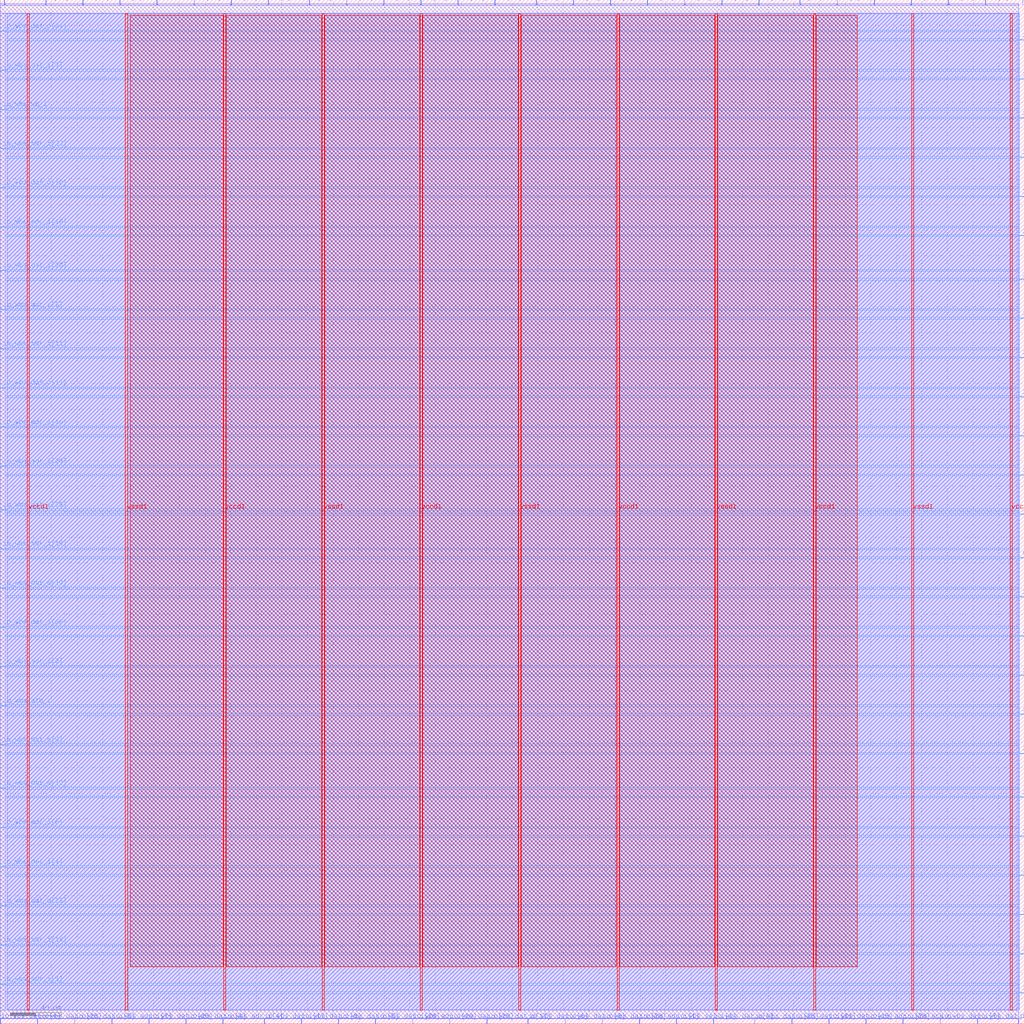
<source format=lef>
VERSION 5.7 ;
  NOWIREEXTENSIONATPIN ON ;
  DIVIDERCHAR "/" ;
  BUSBITCHARS "[]" ;
MACRO aes
  CLASS BLOCK ;
  FOREIGN aes ;
  ORIGIN 0.000 0.000 ;
  SIZE 800.000 BY 800.000 ;
  PIN clock
    DIRECTION INPUT ;
    USE SIGNAL ;
    PORT
      LAYER met2 ;
        RECT 93.470 796.000 93.750 800.000 ;
    END
  END clock
  PIN io_wbs_ack_o
    DIRECTION OUTPUT TRISTATE ;
    USE SIGNAL ;
    PORT
      LAYER met2 ;
        RECT 705.270 0.000 705.550 4.000 ;
    END
  END io_wbs_ack_o
  PIN io_wbs_adr_i[0]
    DIRECTION INPUT ;
    USE SIGNAL ;
    PORT
      LAYER met3 ;
        RECT 796.000 646.040 800.000 646.640 ;
    END
  END io_wbs_adr_i[0]
  PIN io_wbs_adr_i[10]
    DIRECTION INPUT ;
    USE SIGNAL ;
    PORT
      LAYER met3 ;
        RECT 0.000 465.840 4.000 466.440 ;
    END
  END io_wbs_adr_i[10]
  PIN io_wbs_adr_i[11]
    DIRECTION INPUT ;
    USE SIGNAL ;
    PORT
      LAYER met3 ;
        RECT 0.000 527.040 4.000 527.640 ;
    END
  END io_wbs_adr_i[11]
  PIN io_wbs_adr_i[12]
    DIRECTION INPUT ;
    USE SIGNAL ;
    PORT
      LAYER met2 ;
        RECT 505.630 796.000 505.910 800.000 ;
    END
  END io_wbs_adr_i[12]
  PIN io_wbs_adr_i[13]
    DIRECTION INPUT ;
    USE SIGNAL ;
    PORT
      LAYER met2 ;
        RECT 592.570 796.000 592.850 800.000 ;
    END
  END io_wbs_adr_i[13]
  PIN io_wbs_adr_i[14]
    DIRECTION INPUT ;
    USE SIGNAL ;
    PORT
      LAYER met3 ;
        RECT 0.000 61.240 4.000 61.840 ;
    END
  END io_wbs_adr_i[14]
  PIN io_wbs_adr_i[15]
    DIRECTION INPUT ;
    USE SIGNAL ;
    PORT
      LAYER met3 ;
        RECT 0.000 370.640 4.000 371.240 ;
    END
  END io_wbs_adr_i[15]
  PIN io_wbs_adr_i[16]
    DIRECTION INPUT ;
    USE SIGNAL ;
    PORT
      LAYER met3 ;
        RECT 796.000 550.840 800.000 551.440 ;
    END
  END io_wbs_adr_i[16]
  PIN io_wbs_adr_i[17]
    DIRECTION INPUT ;
    USE SIGNAL ;
    PORT
      LAYER met3 ;
        RECT 796.000 428.440 800.000 429.040 ;
    END
  END io_wbs_adr_i[17]
  PIN io_wbs_adr_i[18]
    DIRECTION INPUT ;
    USE SIGNAL ;
    PORT
      LAYER met3 ;
        RECT 796.000 23.840 800.000 24.440 ;
    END
  END io_wbs_adr_i[18]
  PIN io_wbs_adr_i[19]
    DIRECTION INPUT ;
    USE SIGNAL ;
    PORT
      LAYER met3 ;
        RECT 0.000 622.240 4.000 622.840 ;
    END
  END io_wbs_adr_i[19]
  PIN io_wbs_adr_i[1]
    DIRECTION INPUT ;
    USE SIGNAL ;
    PORT
      LAYER met2 ;
        RECT 499.190 0.000 499.470 4.000 ;
    END
  END io_wbs_adr_i[1]
  PIN io_wbs_adr_i[20]
    DIRECTION INPUT ;
    USE SIGNAL ;
    PORT
      LAYER met2 ;
        RECT 676.290 0.000 676.570 4.000 ;
    END
  END io_wbs_adr_i[20]
  PIN io_wbs_adr_i[21]
    DIRECTION INPUT ;
    USE SIGNAL ;
    PORT
      LAYER met3 ;
        RECT 796.000 176.840 800.000 177.440 ;
    END
  END io_wbs_adr_i[21]
  PIN io_wbs_adr_i[22]
    DIRECTION INPUT ;
    USE SIGNAL ;
    PORT
      LAYER met2 ;
        RECT 418.690 796.000 418.970 800.000 ;
    END
  END io_wbs_adr_i[22]
  PIN io_wbs_adr_i[23]
    DIRECTION INPUT ;
    USE SIGNAL ;
    PORT
      LAYER met3 ;
        RECT 0.000 683.440 4.000 684.040 ;
    END
  END io_wbs_adr_i[23]
  PIN io_wbs_adr_i[24]
    DIRECTION INPUT ;
    USE SIGNAL ;
    PORT
      LAYER met2 ;
        RECT 241.590 796.000 241.870 800.000 ;
    END
  END io_wbs_adr_i[24]
  PIN io_wbs_adr_i[25]
    DIRECTION INPUT ;
    USE SIGNAL ;
    PORT
      LAYER met3 ;
        RECT 796.000 737.840 800.000 738.440 ;
    END
  END io_wbs_adr_i[25]
  PIN io_wbs_adr_i[26]
    DIRECTION INPUT ;
    USE SIGNAL ;
    PORT
      LAYER met2 ;
        RECT 476.650 796.000 476.930 800.000 ;
    END
  END io_wbs_adr_i[26]
  PIN io_wbs_adr_i[27]
    DIRECTION INPUT ;
    USE SIGNAL ;
    PORT
      LAYER met3 ;
        RECT 796.000 146.240 800.000 146.840 ;
    END
  END io_wbs_adr_i[27]
  PIN io_wbs_adr_i[28]
    DIRECTION INPUT ;
    USE SIGNAL ;
    PORT
      LAYER met3 ;
        RECT 0.000 435.240 4.000 435.840 ;
    END
  END io_wbs_adr_i[28]
  PIN io_wbs_adr_i[29]
    DIRECTION INPUT ;
    USE SIGNAL ;
    PORT
      LAYER met2 ;
        RECT 322.090 0.000 322.370 4.000 ;
    END
  END io_wbs_adr_i[29]
  PIN io_wbs_adr_i[2]
    DIRECTION INPUT ;
    USE SIGNAL ;
    PORT
      LAYER met3 ;
        RECT 0.000 278.840 4.000 279.440 ;
    END
  END io_wbs_adr_i[2]
  PIN io_wbs_adr_i[30]
    DIRECTION INPUT ;
    USE SIGNAL ;
    PORT
      LAYER met3 ;
        RECT 796.000 115.640 800.000 116.240 ;
    END
  END io_wbs_adr_i[30]
  PIN io_wbs_adr_i[31]
    DIRECTION INPUT ;
    USE SIGNAL ;
    PORT
      LAYER met2 ;
        RECT 563.590 796.000 563.870 800.000 ;
    END
  END io_wbs_adr_i[31]
  PIN io_wbs_adr_i[3]
    DIRECTION INPUT ;
    USE SIGNAL ;
    PORT
      LAYER met3 ;
        RECT 0.000 557.640 4.000 558.240 ;
    END
  END io_wbs_adr_i[3]
  PIN io_wbs_adr_i[4]
    DIRECTION INPUT ;
    USE SIGNAL ;
    PORT
      LAYER met2 ;
        RECT 173.970 0.000 174.250 4.000 ;
    END
  END io_wbs_adr_i[4]
  PIN io_wbs_adr_i[5]
    DIRECTION INPUT ;
    USE SIGNAL ;
    PORT
      LAYER met3 ;
        RECT 0.000 30.640 4.000 31.240 ;
    END
  END io_wbs_adr_i[5]
  PIN io_wbs_adr_i[6]
    DIRECTION INPUT ;
    USE SIGNAL ;
    PORT
      LAYER met2 ;
        RECT 740.690 796.000 740.970 800.000 ;
    END
  END io_wbs_adr_i[6]
  PIN io_wbs_adr_i[7]
    DIRECTION INPUT ;
    USE SIGNAL ;
    PORT
      LAYER met2 ;
        RECT 87.030 0.000 87.310 4.000 ;
    END
  END io_wbs_adr_i[7]
  PIN io_wbs_adr_i[8]
    DIRECTION INPUT ;
    USE SIGNAL ;
    PORT
      LAYER met3 ;
        RECT 0.000 153.040 4.000 153.640 ;
    END
  END io_wbs_adr_i[8]
  PIN io_wbs_adr_i[9]
    DIRECTION INPUT ;
    USE SIGNAL ;
    PORT
      LAYER met2 ;
        RECT 798.650 796.000 798.930 800.000 ;
    END
  END io_wbs_adr_i[9]
  PIN io_wbs_cyc_i
    DIRECTION INPUT ;
    USE SIGNAL ;
    PORT
      LAYER met2 ;
        RECT 653.750 796.000 654.030 800.000 ;
    END
  END io_wbs_cyc_i
  PIN io_wbs_dat_i[0]
    DIRECTION INPUT ;
    USE SIGNAL ;
    PORT
      LAYER met3 ;
        RECT 796.000 676.640 800.000 677.240 ;
    END
  END io_wbs_dat_i[0]
  PIN io_wbs_dat_i[10]
    DIRECTION INPUT ;
    USE SIGNAL ;
    PORT
      LAYER met3 ;
        RECT 796.000 768.440 800.000 769.040 ;
    END
  END io_wbs_dat_i[10]
  PIN io_wbs_dat_i[11]
    DIRECTION INPUT ;
    USE SIGNAL ;
    PORT
      LAYER met3 ;
        RECT 796.000 333.240 800.000 333.840 ;
    END
  END io_wbs_dat_i[11]
  PIN io_wbs_dat_i[12]
    DIRECTION INPUT ;
    USE SIGNAL ;
    PORT
      LAYER met3 ;
        RECT 796.000 272.040 800.000 272.640 ;
    END
  END io_wbs_dat_i[12]
  PIN io_wbs_dat_i[13]
    DIRECTION INPUT ;
    USE SIGNAL ;
    PORT
      LAYER met2 ;
        RECT 270.570 796.000 270.850 800.000 ;
    END
  END io_wbs_dat_i[13]
  PIN io_wbs_dat_i[14]
    DIRECTION INPUT ;
    USE SIGNAL ;
    PORT
      LAYER met2 ;
        RECT 299.550 796.000 299.830 800.000 ;
    END
  END io_wbs_dat_i[14]
  PIN io_wbs_dat_i[15]
    DIRECTION INPUT ;
    USE SIGNAL ;
    PORT
      LAYER met3 ;
        RECT 796.000 615.440 800.000 616.040 ;
    END
  END io_wbs_dat_i[15]
  PIN io_wbs_dat_i[16]
    DIRECTION INPUT ;
    USE SIGNAL ;
    PORT
      LAYER met2 ;
        RECT 386.490 796.000 386.770 800.000 ;
    END
  END io_wbs_dat_i[16]
  PIN io_wbs_dat_i[17]
    DIRECTION INPUT ;
    USE SIGNAL ;
    PORT
      LAYER met2 ;
        RECT 206.170 0.000 206.450 4.000 ;
    END
  END io_wbs_dat_i[17]
  PIN io_wbs_dat_i[18]
    DIRECTION INPUT ;
    USE SIGNAL ;
    PORT
      LAYER met2 ;
        RECT 328.530 796.000 328.810 800.000 ;
    END
  END io_wbs_dat_i[18]
  PIN io_wbs_dat_i[19]
    DIRECTION INPUT ;
    USE SIGNAL ;
    PORT
      LAYER met2 ;
        RECT 795.430 0.000 795.710 4.000 ;
    END
  END io_wbs_dat_i[19]
  PIN io_wbs_dat_i[1]
    DIRECTION INPUT ;
    USE SIGNAL ;
    PORT
      LAYER met2 ;
        RECT 447.670 796.000 447.950 800.000 ;
    END
  END io_wbs_dat_i[1]
  PIN io_wbs_dat_i[20]
    DIRECTION INPUT ;
    USE SIGNAL ;
    PORT
      LAYER met3 ;
        RECT 0.000 588.240 4.000 588.840 ;
    END
  END io_wbs_dat_i[20]
  PIN io_wbs_dat_i[21]
    DIRECTION INPUT ;
    USE SIGNAL ;
    PORT
      LAYER met2 ;
        RECT 209.390 796.000 209.670 800.000 ;
    END
  END io_wbs_dat_i[21]
  PIN io_wbs_dat_i[22]
    DIRECTION INPUT ;
    USE SIGNAL ;
    PORT
      LAYER met3 ;
        RECT 796.000 54.440 800.000 55.040 ;
    END
  END io_wbs_dat_i[22]
  PIN io_wbs_dat_i[23]
    DIRECTION INPUT ;
    USE SIGNAL ;
    PORT
      LAYER met3 ;
        RECT 796.000 707.240 800.000 707.840 ;
    END
  END io_wbs_dat_i[23]
  PIN io_wbs_dat_i[24]
    DIRECTION INPUT ;
    USE SIGNAL ;
    PORT
      LAYER met2 ;
        RECT 682.730 796.000 683.010 800.000 ;
    END
  END io_wbs_dat_i[24]
  PIN io_wbs_dat_i[25]
    DIRECTION INPUT ;
    USE SIGNAL ;
    PORT
      LAYER met2 ;
        RECT 589.350 0.000 589.630 4.000 ;
    END
  END io_wbs_dat_i[25]
  PIN io_wbs_dat_i[26]
    DIRECTION INPUT ;
    USE SIGNAL ;
    PORT
      LAYER met2 ;
        RECT 293.110 0.000 293.390 4.000 ;
    END
  END io_wbs_dat_i[26]
  PIN io_wbs_dat_i[27]
    DIRECTION INPUT ;
    USE SIGNAL ;
    PORT
      LAYER met3 ;
        RECT 796.000 210.840 800.000 211.440 ;
    END
  END io_wbs_dat_i[27]
  PIN io_wbs_dat_i[28]
    DIRECTION INPUT ;
    USE SIGNAL ;
    PORT
      LAYER met3 ;
        RECT 0.000 309.440 4.000 310.040 ;
    END
  END io_wbs_dat_i[28]
  PIN io_wbs_dat_i[29]
    DIRECTION INPUT ;
    USE SIGNAL ;
    PORT
      LAYER met3 ;
        RECT 0.000 401.240 4.000 401.840 ;
    END
  END io_wbs_dat_i[29]
  PIN io_wbs_dat_i[2]
    DIRECTION INPUT ;
    USE SIGNAL ;
    PORT
      LAYER met2 ;
        RECT 763.230 0.000 763.510 4.000 ;
    END
  END io_wbs_dat_i[2]
  PIN io_wbs_dat_i[30]
    DIRECTION INPUT ;
    USE SIGNAL ;
    PORT
      LAYER met2 ;
        RECT 151.430 796.000 151.710 800.000 ;
    END
  END io_wbs_dat_i[30]
  PIN io_wbs_dat_i[31]
    DIRECTION INPUT ;
    USE SIGNAL ;
    PORT
      LAYER met2 ;
        RECT 618.330 0.000 618.610 4.000 ;
    END
  END io_wbs_dat_i[31]
  PIN io_wbs_dat_i[3]
    DIRECTION INPUT ;
    USE SIGNAL ;
    PORT
      LAYER met3 ;
        RECT 0.000 744.640 4.000 745.240 ;
    END
  END io_wbs_dat_i[3]
  PIN io_wbs_dat_i[4]
    DIRECTION INPUT ;
    USE SIGNAL ;
    PORT
      LAYER met3 ;
        RECT 0.000 122.440 4.000 123.040 ;
    END
  END io_wbs_dat_i[4]
  PIN io_wbs_dat_i[5]
    DIRECTION INPUT ;
    USE SIGNAL ;
    PORT
      LAYER met2 ;
        RECT 58.050 0.000 58.330 4.000 ;
    END
  END io_wbs_dat_i[5]
  PIN io_wbs_dat_i[6]
    DIRECTION INPUT ;
    USE SIGNAL ;
    PORT
      LAYER met2 ;
        RECT 235.150 0.000 235.430 4.000 ;
    END
  END io_wbs_dat_i[6]
  PIN io_wbs_dat_i[7]
    DIRECTION INPUT ;
    USE SIGNAL ;
    PORT
      LAYER met2 ;
        RECT 734.250 0.000 734.530 4.000 ;
    END
  END io_wbs_dat_i[7]
  PIN io_wbs_dat_i[8]
    DIRECTION INPUT ;
    USE SIGNAL ;
    PORT
      LAYER met3 ;
        RECT 796.000 397.840 800.000 398.440 ;
    END
  END io_wbs_dat_i[8]
  PIN io_wbs_dat_i[9]
    DIRECTION INPUT ;
    USE SIGNAL ;
    PORT
      LAYER met3 ;
        RECT 796.000 241.440 800.000 242.040 ;
    END
  END io_wbs_dat_i[9]
  PIN io_wbs_dat_o[0]
    DIRECTION OUTPUT TRISTATE ;
    USE SIGNAL ;
    PORT
      LAYER met2 ;
        RECT 557.150 0.000 557.430 4.000 ;
    END
  END io_wbs_dat_o[0]
  PIN io_wbs_dat_o[10]
    DIRECTION OUTPUT TRISTATE ;
    USE SIGNAL ;
    PORT
      LAYER met3 ;
        RECT 0.000 652.840 4.000 653.440 ;
    END
  END io_wbs_dat_o[10]
  PIN io_wbs_dat_o[11]
    DIRECTION OUTPUT TRISTATE ;
    USE SIGNAL ;
    PORT
      LAYER met3 ;
        RECT 0.000 496.440 4.000 497.040 ;
    END
  END io_wbs_dat_o[11]
  PIN io_wbs_dat_o[12]
    DIRECTION OUTPUT TRISTATE ;
    USE SIGNAL ;
    PORT
      LAYER met3 ;
        RECT 0.000 183.640 4.000 184.240 ;
    END
  END io_wbs_dat_o[12]
  PIN io_wbs_dat_o[13]
    DIRECTION OUTPUT TRISTATE ;
    USE SIGNAL ;
    PORT
      LAYER met3 ;
        RECT 796.000 302.640 800.000 303.240 ;
    END
  END io_wbs_dat_o[13]
  PIN io_wbs_dat_o[14]
    DIRECTION OUTPUT TRISTATE ;
    USE SIGNAL ;
    PORT
      LAYER met3 ;
        RECT 796.000 520.240 800.000 520.840 ;
    END
  END io_wbs_dat_o[14]
  PIN io_wbs_dat_o[15]
    DIRECTION OUTPUT TRISTATE ;
    USE SIGNAL ;
    PORT
      LAYER met2 ;
        RECT 647.310 0.000 647.590 4.000 ;
    END
  END io_wbs_dat_o[15]
  PIN io_wbs_dat_o[16]
    DIRECTION OUTPUT TRISTATE ;
    USE SIGNAL ;
    PORT
      LAYER met3 ;
        RECT 796.000 581.440 800.000 582.040 ;
    END
  END io_wbs_dat_o[16]
  PIN io_wbs_dat_o[17]
    DIRECTION OUTPUT TRISTATE ;
    USE SIGNAL ;
    PORT
      LAYER met2 ;
        RECT 380.050 0.000 380.330 4.000 ;
    END
  END io_wbs_dat_o[17]
  PIN io_wbs_dat_o[18]
    DIRECTION OUTPUT TRISTATE ;
    USE SIGNAL ;
    PORT
      LAYER met2 ;
        RECT 3.310 796.000 3.590 800.000 ;
    END
  END io_wbs_dat_o[18]
  PIN io_wbs_dat_o[19]
    DIRECTION OUTPUT TRISTATE ;
    USE SIGNAL ;
    PORT
      LAYER met3 ;
        RECT 0.000 340.040 4.000 340.640 ;
    END
  END io_wbs_dat_o[19]
  PIN io_wbs_dat_o[1]
    DIRECTION OUTPUT TRISTATE ;
    USE SIGNAL ;
    PORT
      LAYER met2 ;
        RECT 0.090 0.000 0.370 4.000 ;
    END
  END io_wbs_dat_o[1]
  PIN io_wbs_dat_o[20]
    DIRECTION OUTPUT TRISTATE ;
    USE SIGNAL ;
    PORT
      LAYER met2 ;
        RECT 470.210 0.000 470.490 4.000 ;
    END
  END io_wbs_dat_o[20]
  PIN io_wbs_dat_o[21]
    DIRECTION OUTPUT TRISTATE ;
    USE SIGNAL ;
    PORT
      LAYER met2 ;
        RECT 122.450 796.000 122.730 800.000 ;
    END
  END io_wbs_dat_o[21]
  PIN io_wbs_dat_o[22]
    DIRECTION OUTPUT TRISTATE ;
    USE SIGNAL ;
    PORT
      LAYER met2 ;
        RECT 357.510 796.000 357.790 800.000 ;
    END
  END io_wbs_dat_o[22]
  PIN io_wbs_dat_o[23]
    DIRECTION OUTPUT TRISTATE ;
    USE SIGNAL ;
    PORT
      LAYER met3 ;
        RECT 0.000 91.840 4.000 92.440 ;
    END
  END io_wbs_dat_o[23]
  PIN io_wbs_dat_o[24]
    DIRECTION OUTPUT TRISTATE ;
    USE SIGNAL ;
    PORT
      LAYER met3 ;
        RECT 0.000 775.240 4.000 775.840 ;
    END
  END io_wbs_dat_o[24]
  PIN io_wbs_dat_o[25]
    DIRECTION OUTPUT TRISTATE ;
    USE SIGNAL ;
    PORT
      LAYER met2 ;
        RECT 116.010 0.000 116.290 4.000 ;
    END
  END io_wbs_dat_o[25]
  PIN io_wbs_dat_o[26]
    DIRECTION OUTPUT TRISTATE ;
    USE SIGNAL ;
    PORT
      LAYER met2 ;
        RECT 29.070 0.000 29.350 4.000 ;
    END
  END io_wbs_dat_o[26]
  PIN io_wbs_dat_o[27]
    DIRECTION OUTPUT TRISTATE ;
    USE SIGNAL ;
    PORT
      LAYER met2 ;
        RECT 711.710 796.000 711.990 800.000 ;
    END
  END io_wbs_dat_o[27]
  PIN io_wbs_dat_o[28]
    DIRECTION OUTPUT TRISTATE ;
    USE SIGNAL ;
    PORT
      LAYER met2 ;
        RECT 534.610 796.000 534.890 800.000 ;
    END
  END io_wbs_dat_o[28]
  PIN io_wbs_dat_o[29]
    DIRECTION OUTPUT TRISTATE ;
    USE SIGNAL ;
    PORT
      LAYER met2 ;
        RECT 351.070 0.000 351.350 4.000 ;
    END
  END io_wbs_dat_o[29]
  PIN io_wbs_dat_o[2]
    DIRECTION OUTPUT TRISTATE ;
    USE SIGNAL ;
    PORT
      LAYER met2 ;
        RECT 769.670 796.000 769.950 800.000 ;
    END
  END io_wbs_dat_o[2]
  PIN io_wbs_dat_o[30]
    DIRECTION OUTPUT TRISTATE ;
    USE SIGNAL ;
    PORT
      LAYER met3 ;
        RECT 796.000 85.040 800.000 85.640 ;
    END
  END io_wbs_dat_o[30]
  PIN io_wbs_dat_o[31]
    DIRECTION OUTPUT TRISTATE ;
    USE SIGNAL ;
    PORT
      LAYER met2 ;
        RECT 35.510 796.000 35.790 800.000 ;
    END
  END io_wbs_dat_o[31]
  PIN io_wbs_dat_o[3]
    DIRECTION OUTPUT TRISTATE ;
    USE SIGNAL ;
    PORT
      LAYER met3 ;
        RECT 796.000 459.040 800.000 459.640 ;
    END
  END io_wbs_dat_o[3]
  PIN io_wbs_dat_o[4]
    DIRECTION OUTPUT TRISTATE ;
    USE SIGNAL ;
    PORT
      LAYER met2 ;
        RECT 144.990 0.000 145.270 4.000 ;
    END
  END io_wbs_dat_o[4]
  PIN io_wbs_dat_o[5]
    DIRECTION OUTPUT TRISTATE ;
    USE SIGNAL ;
    PORT
      LAYER met2 ;
        RECT 264.130 0.000 264.410 4.000 ;
    END
  END io_wbs_dat_o[5]
  PIN io_wbs_dat_o[6]
    DIRECTION OUTPUT TRISTATE ;
    USE SIGNAL ;
    PORT
      LAYER met2 ;
        RECT 412.250 0.000 412.530 4.000 ;
    END
  END io_wbs_dat_o[6]
  PIN io_wbs_dat_o[7]
    DIRECTION OUTPUT TRISTATE ;
    USE SIGNAL ;
    PORT
      LAYER met3 ;
        RECT 796.000 489.640 800.000 490.240 ;
    END
  END io_wbs_dat_o[7]
  PIN io_wbs_dat_o[8]
    DIRECTION OUTPUT TRISTATE ;
    USE SIGNAL ;
    PORT
      LAYER met2 ;
        RECT 441.230 0.000 441.510 4.000 ;
    END
  END io_wbs_dat_o[8]
  PIN io_wbs_dat_o[9]
    DIRECTION OUTPUT TRISTATE ;
    USE SIGNAL ;
    PORT
      LAYER met3 ;
        RECT 0.000 217.640 4.000 218.240 ;
    END
  END io_wbs_dat_o[9]
  PIN io_wbs_sel_i[0]
    DIRECTION INPUT ;
    USE SIGNAL ;
    PORT
      LAYER met2 ;
        RECT 624.770 796.000 625.050 800.000 ;
    END
  END io_wbs_sel_i[0]
  PIN io_wbs_sel_i[1]
    DIRECTION INPUT ;
    USE SIGNAL ;
    PORT
      LAYER met2 ;
        RECT 64.490 796.000 64.770 800.000 ;
    END
  END io_wbs_sel_i[1]
  PIN io_wbs_sel_i[2]
    DIRECTION INPUT ;
    USE SIGNAL ;
    PORT
      LAYER met2 ;
        RECT 180.410 796.000 180.690 800.000 ;
    END
  END io_wbs_sel_i[2]
  PIN io_wbs_sel_i[3]
    DIRECTION INPUT ;
    USE SIGNAL ;
    PORT
      LAYER met2 ;
        RECT 528.170 0.000 528.450 4.000 ;
    END
  END io_wbs_sel_i[3]
  PIN io_wbs_stb_i
    DIRECTION INPUT ;
    USE SIGNAL ;
    PORT
      LAYER met3 ;
        RECT 0.000 248.240 4.000 248.840 ;
    END
  END io_wbs_stb_i
  PIN io_wbs_we_i
    DIRECTION INPUT ;
    USE SIGNAL ;
    PORT
      LAYER met3 ;
        RECT 0.000 714.040 4.000 714.640 ;
    END
  END io_wbs_we_i
  PIN reset
    DIRECTION INPUT ;
    USE SIGNAL ;
    PORT
      LAYER met3 ;
        RECT 796.000 363.840 800.000 364.440 ;
    END
  END reset
  PIN vccd1
    DIRECTION INPUT ;
    USE POWER ;
    PORT
      LAYER met4 ;
        RECT 21.040 10.640 22.640 789.040 ;
    END
    PORT
      LAYER met4 ;
        RECT 174.640 10.640 176.240 789.040 ;
    END
    PORT
      LAYER met4 ;
        RECT 328.240 10.640 329.840 789.040 ;
    END
    PORT
      LAYER met4 ;
        RECT 481.840 10.640 483.440 789.040 ;
    END
    PORT
      LAYER met4 ;
        RECT 635.440 10.640 637.040 789.040 ;
    END
    PORT
      LAYER met4 ;
        RECT 789.040 10.640 790.640 789.040 ;
    END
  END vccd1
  PIN vssd1
    DIRECTION INPUT ;
    USE GROUND ;
    PORT
      LAYER met4 ;
        RECT 97.840 10.640 99.440 789.040 ;
    END
    PORT
      LAYER met4 ;
        RECT 251.440 10.640 253.040 789.040 ;
    END
    PORT
      LAYER met4 ;
        RECT 405.040 10.640 406.640 789.040 ;
    END
    PORT
      LAYER met4 ;
        RECT 558.640 10.640 560.240 789.040 ;
    END
    PORT
      LAYER met4 ;
        RECT 712.240 10.640 713.840 789.040 ;
    END
  END vssd1
  OBS
      LAYER li1 ;
        RECT 5.520 10.795 794.420 788.885 ;
      LAYER met1 ;
        RECT 0.070 10.640 795.730 789.440 ;
      LAYER met2 ;
        RECT 0.100 795.720 3.030 796.690 ;
        RECT 3.870 795.720 35.230 796.690 ;
        RECT 36.070 795.720 64.210 796.690 ;
        RECT 65.050 795.720 93.190 796.690 ;
        RECT 94.030 795.720 122.170 796.690 ;
        RECT 123.010 795.720 151.150 796.690 ;
        RECT 151.990 795.720 180.130 796.690 ;
        RECT 180.970 795.720 209.110 796.690 ;
        RECT 209.950 795.720 241.310 796.690 ;
        RECT 242.150 795.720 270.290 796.690 ;
        RECT 271.130 795.720 299.270 796.690 ;
        RECT 300.110 795.720 328.250 796.690 ;
        RECT 329.090 795.720 357.230 796.690 ;
        RECT 358.070 795.720 386.210 796.690 ;
        RECT 387.050 795.720 418.410 796.690 ;
        RECT 419.250 795.720 447.390 796.690 ;
        RECT 448.230 795.720 476.370 796.690 ;
        RECT 477.210 795.720 505.350 796.690 ;
        RECT 506.190 795.720 534.330 796.690 ;
        RECT 535.170 795.720 563.310 796.690 ;
        RECT 564.150 795.720 592.290 796.690 ;
        RECT 593.130 795.720 624.490 796.690 ;
        RECT 625.330 795.720 653.470 796.690 ;
        RECT 654.310 795.720 682.450 796.690 ;
        RECT 683.290 795.720 711.430 796.690 ;
        RECT 712.270 795.720 740.410 796.690 ;
        RECT 741.250 795.720 769.390 796.690 ;
        RECT 770.230 795.720 795.700 796.690 ;
        RECT 0.100 4.280 795.700 795.720 ;
        RECT 0.650 4.000 28.790 4.280 ;
        RECT 29.630 4.000 57.770 4.280 ;
        RECT 58.610 4.000 86.750 4.280 ;
        RECT 87.590 4.000 115.730 4.280 ;
        RECT 116.570 4.000 144.710 4.280 ;
        RECT 145.550 4.000 173.690 4.280 ;
        RECT 174.530 4.000 205.890 4.280 ;
        RECT 206.730 4.000 234.870 4.280 ;
        RECT 235.710 4.000 263.850 4.280 ;
        RECT 264.690 4.000 292.830 4.280 ;
        RECT 293.670 4.000 321.810 4.280 ;
        RECT 322.650 4.000 350.790 4.280 ;
        RECT 351.630 4.000 379.770 4.280 ;
        RECT 380.610 4.000 411.970 4.280 ;
        RECT 412.810 4.000 440.950 4.280 ;
        RECT 441.790 4.000 469.930 4.280 ;
        RECT 470.770 4.000 498.910 4.280 ;
        RECT 499.750 4.000 527.890 4.280 ;
        RECT 528.730 4.000 556.870 4.280 ;
        RECT 557.710 4.000 589.070 4.280 ;
        RECT 589.910 4.000 618.050 4.280 ;
        RECT 618.890 4.000 647.030 4.280 ;
        RECT 647.870 4.000 676.010 4.280 ;
        RECT 676.850 4.000 704.990 4.280 ;
        RECT 705.830 4.000 733.970 4.280 ;
        RECT 734.810 4.000 762.950 4.280 ;
        RECT 763.790 4.000 795.150 4.280 ;
      LAYER met3 ;
        RECT 4.000 776.240 796.000 788.965 ;
        RECT 4.400 774.840 796.000 776.240 ;
        RECT 4.000 769.440 796.000 774.840 ;
        RECT 4.000 768.040 795.600 769.440 ;
        RECT 4.000 745.640 796.000 768.040 ;
        RECT 4.400 744.240 796.000 745.640 ;
        RECT 4.000 738.840 796.000 744.240 ;
        RECT 4.000 737.440 795.600 738.840 ;
        RECT 4.000 715.040 796.000 737.440 ;
        RECT 4.400 713.640 796.000 715.040 ;
        RECT 4.000 708.240 796.000 713.640 ;
        RECT 4.000 706.840 795.600 708.240 ;
        RECT 4.000 684.440 796.000 706.840 ;
        RECT 4.400 683.040 796.000 684.440 ;
        RECT 4.000 677.640 796.000 683.040 ;
        RECT 4.000 676.240 795.600 677.640 ;
        RECT 4.000 653.840 796.000 676.240 ;
        RECT 4.400 652.440 796.000 653.840 ;
        RECT 4.000 647.040 796.000 652.440 ;
        RECT 4.000 645.640 795.600 647.040 ;
        RECT 4.000 623.240 796.000 645.640 ;
        RECT 4.400 621.840 796.000 623.240 ;
        RECT 4.000 616.440 796.000 621.840 ;
        RECT 4.000 615.040 795.600 616.440 ;
        RECT 4.000 589.240 796.000 615.040 ;
        RECT 4.400 587.840 796.000 589.240 ;
        RECT 4.000 582.440 796.000 587.840 ;
        RECT 4.000 581.040 795.600 582.440 ;
        RECT 4.000 558.640 796.000 581.040 ;
        RECT 4.400 557.240 796.000 558.640 ;
        RECT 4.000 551.840 796.000 557.240 ;
        RECT 4.000 550.440 795.600 551.840 ;
        RECT 4.000 528.040 796.000 550.440 ;
        RECT 4.400 526.640 796.000 528.040 ;
        RECT 4.000 521.240 796.000 526.640 ;
        RECT 4.000 519.840 795.600 521.240 ;
        RECT 4.000 497.440 796.000 519.840 ;
        RECT 4.400 496.040 796.000 497.440 ;
        RECT 4.000 490.640 796.000 496.040 ;
        RECT 4.000 489.240 795.600 490.640 ;
        RECT 4.000 466.840 796.000 489.240 ;
        RECT 4.400 465.440 796.000 466.840 ;
        RECT 4.000 460.040 796.000 465.440 ;
        RECT 4.000 458.640 795.600 460.040 ;
        RECT 4.000 436.240 796.000 458.640 ;
        RECT 4.400 434.840 796.000 436.240 ;
        RECT 4.000 429.440 796.000 434.840 ;
        RECT 4.000 428.040 795.600 429.440 ;
        RECT 4.000 402.240 796.000 428.040 ;
        RECT 4.400 400.840 796.000 402.240 ;
        RECT 4.000 398.840 796.000 400.840 ;
        RECT 4.000 397.440 795.600 398.840 ;
        RECT 4.000 371.640 796.000 397.440 ;
        RECT 4.400 370.240 796.000 371.640 ;
        RECT 4.000 364.840 796.000 370.240 ;
        RECT 4.000 363.440 795.600 364.840 ;
        RECT 4.000 341.040 796.000 363.440 ;
        RECT 4.400 339.640 796.000 341.040 ;
        RECT 4.000 334.240 796.000 339.640 ;
        RECT 4.000 332.840 795.600 334.240 ;
        RECT 4.000 310.440 796.000 332.840 ;
        RECT 4.400 309.040 796.000 310.440 ;
        RECT 4.000 303.640 796.000 309.040 ;
        RECT 4.000 302.240 795.600 303.640 ;
        RECT 4.000 279.840 796.000 302.240 ;
        RECT 4.400 278.440 796.000 279.840 ;
        RECT 4.000 273.040 796.000 278.440 ;
        RECT 4.000 271.640 795.600 273.040 ;
        RECT 4.000 249.240 796.000 271.640 ;
        RECT 4.400 247.840 796.000 249.240 ;
        RECT 4.000 242.440 796.000 247.840 ;
        RECT 4.000 241.040 795.600 242.440 ;
        RECT 4.000 218.640 796.000 241.040 ;
        RECT 4.400 217.240 796.000 218.640 ;
        RECT 4.000 211.840 796.000 217.240 ;
        RECT 4.000 210.440 795.600 211.840 ;
        RECT 4.000 184.640 796.000 210.440 ;
        RECT 4.400 183.240 796.000 184.640 ;
        RECT 4.000 177.840 796.000 183.240 ;
        RECT 4.000 176.440 795.600 177.840 ;
        RECT 4.000 154.040 796.000 176.440 ;
        RECT 4.400 152.640 796.000 154.040 ;
        RECT 4.000 147.240 796.000 152.640 ;
        RECT 4.000 145.840 795.600 147.240 ;
        RECT 4.000 123.440 796.000 145.840 ;
        RECT 4.400 122.040 796.000 123.440 ;
        RECT 4.000 116.640 796.000 122.040 ;
        RECT 4.000 115.240 795.600 116.640 ;
        RECT 4.000 92.840 796.000 115.240 ;
        RECT 4.400 91.440 796.000 92.840 ;
        RECT 4.000 86.040 796.000 91.440 ;
        RECT 4.000 84.640 795.600 86.040 ;
        RECT 4.000 62.240 796.000 84.640 ;
        RECT 4.400 60.840 796.000 62.240 ;
        RECT 4.000 55.440 796.000 60.840 ;
        RECT 4.000 54.040 795.600 55.440 ;
        RECT 4.000 31.640 796.000 54.040 ;
        RECT 4.400 30.240 796.000 31.640 ;
        RECT 4.000 24.840 796.000 30.240 ;
        RECT 4.000 23.440 795.600 24.840 ;
        RECT 4.000 10.715 796.000 23.440 ;
      LAYER met4 ;
        RECT 101.495 44.375 174.240 787.945 ;
        RECT 176.640 44.375 251.040 787.945 ;
        RECT 253.440 44.375 327.840 787.945 ;
        RECT 330.240 44.375 404.640 787.945 ;
        RECT 407.040 44.375 481.440 787.945 ;
        RECT 483.840 44.375 558.240 787.945 ;
        RECT 560.640 44.375 635.040 787.945 ;
        RECT 637.440 44.375 669.465 787.945 ;
  END
END aes
END LIBRARY


</source>
